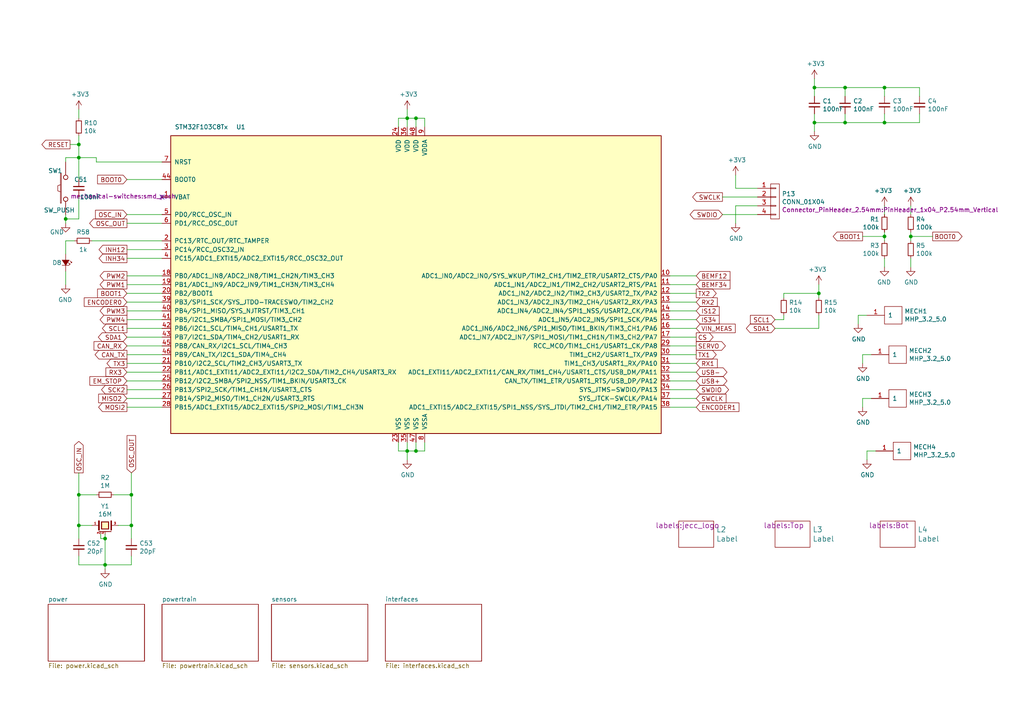
<source format=kicad_sch>
(kicad_sch (version 20211123) (generator eeschema)
  (paper "A4")
  (title_block (title "ECU") (rev "0.0.1") (company "wuehr1999"))
  (lib_symbols
    (symbol "IC_microcontroller_ST:STM32F103C8Tx" (pin_names (offset 1.016))
      (property "Reference" "U" (at -71.12 43.815 0))
      (property "Value" "STM32F103C8Tx" (at 71.12 43.815 0))
      (property "Footprint" "LQFP48" (at 71.12 42.545 0))
      (property "Datasheet" "http://www.st.com/st-web-ui/static/active/en/resource/technical/document/datasheet/CD00161566.pdf" (at 0 0 0))
      (symbol "STM32F103C8Tx_0_1"
        (rectangle (start -71.12 -43.18) (end 71.12 43.18) (stroke (width 0.254)) (fill (type background)))
      )
      (symbol "STM32F103C8Tx_1_1"
        (pin power_in line (at -73.66 25.4 0) (length 2.54) (name "VBAT") (number "1"))
        (pin bidirectional line (at 73.66 2.54 180) (length 2.54) (name "ADC1_IN0/ADC2_IN0/SYS_WKUP/TIM2_CH1/TIM2_ETR/USART2_CTS/PA0") (number "10"))
        (pin bidirectional line (at 73.66 0 180) (length 2.54) (name "ADC1_IN1/ADC2_IN1/TIM2_CH2/USART2_RTS/PA1") (number "11"))
        (pin bidirectional line (at 73.66 -2.54 180) (length 2.54) (name "ADC1_IN2/ADC2_IN2/TIM2_CH3/USART2_TX/PA2") (number "12"))
        (pin bidirectional line (at 73.66 -5.08 180) (length 2.54) (name "ADC1_IN3/ADC2_IN3/TIM2_CH4/USART2_RX/PA3") (number "13"))
        (pin bidirectional line (at 73.66 -7.62 180) (length 2.54) (name "ADC1_IN4/ADC2_IN4/SPI1_NSS/USART2_CK/PA4") (number "14"))
        (pin bidirectional line (at 73.66 -10.16 180) (length 2.54) (name "ADC1_IN5/ADC2_IN5/SPI1_SCK/PA5") (number "15"))
        (pin bidirectional line (at 73.66 -12.7 180) (length 2.54) (name "ADC1_IN6/ADC2_IN6/SPI1_MISO/TIM1_BKIN/TIM3_CH1/PA6") (number "16"))
        (pin bidirectional line (at 73.66 -15.24 180) (length 2.54) (name "ADC1_IN7/ADC2_IN7/SPI1_MOSI/TIM1_CH1N/TIM3_CH2/PA7") (number "17"))
        (pin bidirectional line (at -73.66 2.54 0) (length 2.54) (name "PB0/ADC1_IN8/ADC2_IN8/TIM1_CH2N/TIM3_CH3") (number "18"))
        (pin bidirectional line (at -73.66 0 0) (length 2.54) (name "PB1/ADC1_IN9/ADC2_IN9/TIM1_CH3N/TIM3_CH4") (number "19"))
        (pin bidirectional line (at -73.66 12.7 0) (length 2.54) (name "PC13/RTC_OUT/RTC_TAMPER") (number "2"))
        (pin bidirectional line (at -73.66 -2.54 0) (length 2.54) (name "PB2/BOOT1") (number "20"))
        (pin bidirectional line (at -73.66 -22.86 0) (length 2.54) (name "PB10/I2C2_SCL/TIM2_CH3/USART3_TX") (number "21"))
        (pin bidirectional line (at -73.66 -25.4 0) (length 2.54) (name "PB11/ADC1_EXTI11/ADC2_EXTI11/I2C2_SDA/TIM2_CH4/USART3_RX") (number "22"))
        (pin power_in line (at -5.08 -45.72 90) (length 2.54) (name "VSS") (number "23"))
        (pin power_in line (at -5.08 45.72 270) (length 2.54) (name "VDD") (number "24"))
        (pin bidirectional line (at -73.66 -27.94 0) (length 2.54) (name "PB12/I2C2_SMBA/SPI2_NSS/TIM1_BKIN/USART3_CK") (number "25"))
        (pin bidirectional line (at -73.66 -30.48 0) (length 2.54) (name "PB13/SPI2_SCK/TIM1_CH1N/USART3_CTS") (number "26"))
        (pin bidirectional line (at -73.66 -33.02 0) (length 2.54) (name "PB14/SPI2_MISO/TIM1_CH2N/USART3_RTS") (number "27"))
        (pin bidirectional line (at -73.66 -35.56 0) (length 2.54) (name "PB15/ADC1_EXTI15/ADC2_EXTI15/SPI2_MOSI/TIM1_CH3N") (number "28"))
        (pin bidirectional line (at 73.66 -17.78 180) (length 2.54) (name "RCC_MCO/TIM1_CH1/USART1_CK/PA8") (number "29"))
        (pin bidirectional line (at -73.66 10.16 0) (length 2.54) (name "PC14/RCC_OSC32_IN") (number "3"))
        (pin bidirectional line (at 73.66 -20.32 180) (length 2.54) (name "TIM1_CH2/USART1_TX/PA9") (number "30"))
        (pin bidirectional line (at 73.66 -22.86 180) (length 2.54) (name "TIM1_CH3/USART1_RX/PA10") (number "31"))
        (pin bidirectional line (at 73.66 -25.4 180) (length 2.54) (name "ADC1_EXTI11/ADC2_EXTI11/CAN_RX/TIM1_CH4/USART1_CTS/USB_DM/PA11") (number "32"))
        (pin bidirectional line (at 73.66 -27.94 180) (length 2.54) (name "CAN_TX/TIM1_ETR/USART1_RTS/USB_DP/PA12") (number "33"))
        (pin bidirectional line (at 73.66 -30.48 180) (length 2.54) (name "SYS_JTMS-SWDIO/PA13") (number "34"))
        (pin power_in line (at -2.54 -45.72 90) (length 2.54) (name "VSS") (number "35"))
        (pin power_in line (at -2.54 45.72 270) (length 2.54) (name "VDD") (number "36"))
        (pin bidirectional line (at 73.66 -33.02 180) (length 2.54) (name "SYS_JTCK-SWCLK/PA14") (number "37"))
        (pin bidirectional line (at 73.66 -35.56 180) (length 2.54) (name "ADC1_EXTI15/ADC2_EXTI15/SPI1_NSS/SYS_JTDI/TIM2_CH1/TIM2_ETR/PA15") (number "38"))
        (pin bidirectional line (at -73.66 -5.08 0) (length 2.54) (name "PB3/SPI1_SCK/SYS_JTDO-TRACESWO/TIM2_CH2") (number "39"))
        (pin bidirectional line (at -73.66 7.62 0) (length 2.54) (name "PC15/ADC1_EXTI15/ADC2_EXTI15/RCC_OSC32_OUT") (number "4"))
        (pin bidirectional line (at -73.66 -7.62 0) (length 2.54) (name "PB4/SPI1_MISO/SYS_NJTRST/TIM3_CH1") (number "40"))
        (pin bidirectional line (at -73.66 -10.16 0) (length 2.54) (name "PB5/I2C1_SMBA/SPI1_MOSI/TIM3_CH2") (number "41"))
        (pin bidirectional line (at -73.66 -12.7 0) (length 2.54) (name "PB6/I2C1_SCL/TIM4_CH1/USART1_TX") (number "42"))
        (pin bidirectional line (at -73.66 -15.24 0) (length 2.54) (name "PB7/I2C1_SDA/TIM4_CH2/USART1_RX") (number "43"))
        (pin input line (at -73.66 30.48 0) (length 2.54) (name "BOOT0") (number "44"))
        (pin bidirectional line (at -73.66 -17.78 0) (length 2.54) (name "PB8/CAN_RX/I2C1_SCL/TIM4_CH3") (number "45"))
        (pin bidirectional line (at -73.66 -20.32 0) (length 2.54) (name "PB9/CAN_TX/I2C1_SDA/TIM4_CH4") (number "46"))
        (pin power_in line (at 0 -45.72 90) (length 2.54) (name "VSS") (number "47"))
        (pin power_in line (at 0 45.72 270) (length 2.54) (name "VDD") (number "48"))
        (pin input line (at -73.66 20.32 0) (length 2.54) (name "PD0/RCC_OSC_IN") (number "5"))
        (pin input line (at -73.66 17.78 0) (length 2.54) (name "PD1/RCC_OSC_OUT") (number "6"))
        (pin input line (at -73.66 35.56 0) (length 2.54) (name "NRST") (number "7"))
        (pin power_in line (at 2.54 -45.72 90) (length 2.54) (name "VSSA") (number "8"))
        (pin power_in line (at 2.54 45.72 270) (length 2.54) (name "VDDA") (number "9"))
      )
    )
    (symbol "MECH_mounting-holes:MHP_3.2_5.0" (pin_names (offset 1.016))
      (property "Reference" "MECH" (at 0 3.81 0))
      (property "Value" "MHP_3.2_5.0" (at 1.27 -3.81 0))
      (symbol "MHP_3.2_5.0_1_1"
        (rectangle (start -2.54 2.54) (end 2.54 -2.54))
        (pin bidirectional line (at -7.62 0 0) (length 5.08) (name "1") (number "1"))
      )
    )
    (symbol "devices:C_0603" (pin_numbers hide) (pin_names (offset 0.254) hide)
      (property "Reference" "C" (at 0.254 1.778 0))
      (property "Value" "C_0603" (at 0.254 -2.032 0))
      (symbol "C_0603_0_1"
        (polyline (pts (xy -1.524 -0.508) (xy 1.524 -0.508)) (stroke (width 0.3302)))
        (polyline (pts (xy -1.524 0.508) (xy 1.524 0.508)) (stroke (width 0.3048)))
      )
      (symbol "C_0603_1_1"
        (pin passive line (at 0 2.54 270) (length 1.905) (name "~") (number "1"))
        (pin passive line (at 0 -2.54 90) (length 2.032) (name "~") (number "2"))
      )
    )
    (symbol "devices:Crystal_SMD_4Pad" (pin_names (offset 1.016) hide)
      (property "Reference" "Y" (at 0 2.286 0))
      (property "Value" "Crystal_SMD_4Pad" (at 2.54 -2.54 0))
      (symbol "Crystal_SMD_4Pad_0_1"
        (polyline (pts (xy -1.778 -1.778) (xy 1.778 -1.778)))
        (polyline (pts (xy -1.778 -1.778) (xy 1.778 -1.778)))
        (polyline (pts (xy -1.778 1.27) (xy -1.778 -1.27)) (stroke (width 0.4064)))
        (polyline (pts (xy -1.778 1.27) (xy -1.778 -1.27)) (stroke (width 0.4064)))
        (polyline (pts (xy 1.778 1.27) (xy 1.778 -1.27)) (stroke (width 0.4064)))
        (polyline (pts (xy -1.016 1.016) (xy 1.016 1.016) (xy 1.016 -1.016) (xy -1.016 -1.016) (xy -1.016 1.016)) (stroke (width 0.3048)) (fill (type background)))
      )
      (symbol "Crystal_SMD_4Pad_1_1"
        (pin passive line (at -3.81 0 0) (length 1.905) (name "1") (number "1"))
        (pin passive line (at -1.27 -2.54 90) (length 0.7112) (name "case") (number "2"))
        (pin passive line (at 3.81 0 180) (length 1.905) (name "3") (number "3"))
        (pin passive line (at 0 -2.54 90) (length 0.7112) (name "case") (number "4"))
      )
    )
    (symbol "devices:Label" (pin_names (offset 1.016))
      (property "Reference" "L" (at 0 5.08 0))
      (property "Value" "Label" (at 0 0 0))
      (symbol "Label_0_1"
        (rectangle (start -5.08 3.81) (end 5.08 -3.81))
      )
    )
    (symbol "devices:Led_Small" (pin_numbers hide) (pin_names (offset 0.254) hide)
      (property "Reference" "D" (at -1.27 3.175 0))
      (property "Value" "Led_Small" (at -4.445 -2.54 0))
      (symbol "Led_Small_0_1"
        (polyline (pts (xy -0.762 -1.016) (xy -0.762 1.016)))
        (polyline (pts (xy 0.762 -1.016) (xy -0.762 0) (xy 0.762 1.016) (xy 0.762 -1.016)) (fill (type outline)))
        (polyline (pts (xy 0 0.762) (xy -0.508 1.27) (xy -0.254 1.27) (xy -0.508 1.27) (xy -0.508 1.016)))
        (polyline (pts (xy 0.508 1.27) (xy 0 1.778) (xy 0.254 1.778) (xy 0 1.778) (xy 0 1.524)))
      )
      (symbol "Led_Small_1_1"
        (pin passive line (at -2.54 0 0) (length 1.778) (name "K") (number "1"))
        (pin passive line (at 2.54 0 180) (length 1.778) (name "A") (number "2"))
      )
    )
    (symbol "devices:R_0603" (pin_numbers hide) (pin_names (offset 0.254) hide)
      (property "Reference" "R" (at 0.762 0.508 0))
      (property "Value" "R_0603" (at 0.762 -1.016 0))
      (symbol "R_0603_0_1"
        (rectangle (start -0.762 1.778) (end 0.762 -1.778) (stroke (width 0.2032)))
      )
      (symbol "R_0603_1_1"
        (pin passive line (at 0 2.54 270) (length 0.762) (name "~") (number "1"))
        (pin passive line (at 0 -2.54 90) (length 0.762) (name "~") (number "2"))
      )
    )
    (symbol "devices:SW_PUSH" (pin_numbers hide) (pin_names (offset 1.016) hide)
      (property "Reference" "SW" (at 3.81 2.794 0))
      (property "Value" "SW_PUSH" (at 0 -2.032 0))
      (symbol "SW_PUSH_0_1"
        (rectangle (start -4.318 1.27) (end 4.318 1.524))
        (polyline (pts (xy -1.016 1.524) (xy -0.762 2.286) (xy 0.762 2.286) (xy 1.016 1.524)))
        (pin passive inverted (at -7.62 0 0) (length 5.08) (name "1") (number "1"))
        (pin passive inverted (at 7.62 0 180) (length 5.08) (name "2") (number "2"))
      )
    )
    (symbol "mechanical-connectors:CONN_01X04" (pin_names (offset 1.016) hide)
      (property "Reference" "P" (at 0 6.35 0))
      (property "Value" "CONN_01X04" (at 2.54 0 90))
      (symbol "CONN_01X04_0_1"
        (rectangle (start -1.27 -3.683) (end 0.254 -3.937))
        (rectangle (start -1.27 -1.143) (end 0.254 -1.397))
        (rectangle (start -1.27 1.397) (end 0.254 1.143))
        (rectangle (start -1.27 3.937) (end 0.254 3.683))
        (rectangle (start -1.27 5.08) (end 1.27 -5.08))
      )
      (symbol "CONN_01X04_1_1"
        (pin passive line (at -5.08 3.81 0) (length 3.81) (name "P1") (number "1"))
        (pin passive line (at -5.08 1.27 0) (length 3.81) (name "P2") (number "2"))
        (pin passive line (at -5.08 -1.27 0) (length 3.81) (name "P3") (number "3"))
        (pin passive line (at -5.08 -3.81 0) (length 3.81) (name "P4") (number "4"))
      )
    )
    (symbol "power-supply:+3V3" (power) (pin_names (offset 0))
      (property "Value" "+3V3" (at 0 3.556 0))
      (symbol "+3V3_0_1"
        (polyline (pts (xy -0.762 1.27) (xy 0 2.54)))
        (polyline (pts (xy 0 0) (xy 0 2.54)))
        (polyline (pts (xy 0 2.54) (xy 0.762 1.27)))
      )
      (symbol "+3V3_1_1"
        (pin power_in line (at 0 0 90) (length 0) hide (name "+3V3") (number "1"))
      )
    )
    (symbol "power-supply:GND" (power) (pin_names (offset 0))
      (property "Value" "GND" (at 0 -3.81 0))
      (symbol "GND_0_1"
        (polyline (pts (xy 0 0) (xy 0 -1.27) (xy 1.27 -1.27) (xy 0 -2.54) (xy -1.27 -1.27) (xy 0 -1.27)))
      )
      (symbol "GND_1_1"
        (pin power_in line (at 0 0 270) (length 0) hide (name "GND") (number "1"))
      )
    )
  )
  (junction (at 22.86 45.72))
  (junction (at 30.48 163.83))
  (junction (at 38.1 152.4))
  (junction (at 118.11 130.81))
  (junction (at 245.11 35.56))
  (junction (at 22.86 41.91))
  (junction (at 264.16 68.58))
  (junction (at 38.1 143.51))
  (junction (at 237.49 85.09))
  (junction (at 120.65 34.29))
  (junction (at 256.54 35.56))
  (junction (at 30.48 156.21))
  (junction (at 19.05 63.5))
  (junction (at 256.54 25.4))
  (junction (at 22.86 143.51))
  (junction (at 22.86 152.4))
  (junction (at 245.11 25.4))
  (junction (at 120.65 130.81))
  (junction (at 236.22 25.4))
  (junction (at 236.22 35.56))
  (junction (at 256.54 68.58))
  (junction (at 118.11 34.29))
  (no_connect (at 46.99 57.15))
  (wire (pts (xy 22.86 156.21) (xy 22.86 152.4)))
  (wire (pts (xy 30.48 156.21) (xy 30.48 154.94)))
  (wire (pts (xy 36.83 100.33) (xy 46.99 100.33)))
  (wire (pts (xy 270.51 68.58) (xy 264.16 68.58)))
  (wire (pts (xy 36.83 90.17) (xy 46.99 90.17)))
  (wire (pts (xy 22.86 161.29) (xy 22.86 163.83)))
  (wire (pts (xy 266.7 35.56) (xy 256.54 35.56)))
  (wire (pts (xy 36.83 107.95) (xy 46.99 107.95)))
  (wire (pts (xy 256.54 25.4) (xy 245.11 25.4)))
  (wire (pts (xy 29.21 156.21) (xy 30.48 156.21)))
  (wire (pts (xy 36.83 82.55) (xy 46.99 82.55)))
  (wire (pts (xy 256.54 68.58) (xy 256.54 67.31)))
  (wire (pts (xy 209.55 62.23) (xy 219.71 62.23)))
  (wire (pts (xy 194.31 97.79) (xy 201.93 97.79)))
  (wire (pts (xy 36.83 64.77) (xy 46.99 64.77)))
  (wire (pts (xy 38.1 156.21) (xy 38.1 152.4)))
  (wire (pts (xy 227.33 86.36) (xy 227.33 85.09)))
  (wire (pts (xy 194.31 95.25) (xy 201.93 95.25)))
  (wire (pts (xy 236.22 33.02) (xy 236.22 35.56)))
  (wire (pts (xy 264.16 69.85) (xy 264.16 68.58)))
  (wire (pts (xy 194.31 90.17) (xy 201.93 90.17)))
  (wire (pts (xy 19.05 64.77) (xy 19.05 63.5)))
  (wire (pts (xy 194.31 113.03) (xy 201.93 113.03)))
  (wire (pts (xy 118.11 130.81) (xy 118.11 133.35)))
  (wire (pts (xy 19.05 69.85) (xy 19.05 73.66)))
  (wire (pts (xy 236.22 35.56) (xy 236.22 38.1)))
  (wire (pts (xy 209.55 57.15) (xy 219.71 57.15)))
  (wire (pts (xy 36.83 118.11) (xy 46.99 118.11)))
  (wire (pts (xy 36.83 80.01) (xy 46.99 80.01)))
  (wire (pts (xy 22.86 163.83) (xy 30.48 163.83)))
  (wire (pts (xy 19.05 82.55) (xy 19.05 78.74)))
  (wire (pts (xy 36.83 97.79) (xy 46.99 97.79)))
  (wire (pts (xy 22.86 143.51) (xy 22.86 152.4)))
  (wire (pts (xy 36.83 102.87) (xy 46.99 102.87)))
  (wire (pts (xy 115.57 36.83) (xy 115.57 34.29)))
  (wire (pts (xy 38.1 163.83) (xy 38.1 161.29)))
  (wire (pts (xy 46.99 74.93) (xy 36.83 74.93)))
  (wire (pts (xy 250.19 68.58) (xy 256.54 68.58)))
  (wire (pts (xy 256.54 62.23) (xy 256.54 59.69)))
  (wire (pts (xy 30.48 163.83) (xy 38.1 163.83)))
  (wire (pts (xy 36.83 92.71) (xy 46.99 92.71)))
  (wire (pts (xy 118.11 130.81) (xy 120.65 130.81)))
  (wire (pts (xy 22.86 45.72) (xy 22.86 52.07)))
  (wire (pts (xy 30.48 156.21) (xy 30.48 163.83)))
  (wire (pts (xy 245.11 25.4) (xy 236.22 25.4)))
  (wire (pts (xy 46.99 72.39) (xy 36.83 72.39)))
  (wire (pts (xy 219.71 59.69) (xy 213.36 59.69)))
  (wire (pts (xy 36.83 115.57) (xy 46.99 115.57)))
  (wire (pts (xy 264.16 62.23) (xy 264.16 59.69)))
  (wire (pts (xy 251.46 91.44) (xy 248.92 91.44)))
  (wire (pts (xy 19.05 63.5) (xy 19.05 62.23)))
  (wire (pts (xy 115.57 34.29) (xy 118.11 34.29)))
  (wire (pts (xy 38.1 143.51) (xy 38.1 137.16)))
  (wire (pts (xy 20.32 41.91) (xy 22.86 41.91)))
  (wire (pts (xy 194.31 115.57) (xy 201.93 115.57)))
  (wire (pts (xy 120.65 128.27) (xy 120.65 130.81)))
  (wire (pts (xy 22.86 57.15) (xy 22.86 63.5)))
  (wire (pts (xy 194.31 87.63) (xy 201.93 87.63)))
  (wire (pts (xy 22.86 39.37) (xy 22.86 41.91)))
  (wire (pts (xy 194.31 85.09) (xy 201.93 85.09)))
  (wire (pts (xy 254 130.81) (xy 251.46 130.81)))
  (wire (pts (xy 46.99 69.85) (xy 26.67 69.85)))
  (wire (pts (xy 120.65 130.81) (xy 123.19 130.81)))
  (wire (pts (xy 38.1 152.4) (xy 38.1 143.51)))
  (wire (pts (xy 250.19 115.57) (xy 250.19 118.11)))
  (wire (pts (xy 22.86 41.91) (xy 22.86 45.72)))
  (wire (pts (xy 22.86 63.5) (xy 19.05 63.5)))
  (wire (pts (xy 194.31 82.55) (xy 201.93 82.55)))
  (wire (pts (xy 36.83 95.25) (xy 46.99 95.25)))
  (wire (pts (xy 19.05 46.99) (xy 19.05 45.72)))
  (wire (pts (xy 118.11 34.29) (xy 120.65 34.29)))
  (wire (pts (xy 194.31 92.71) (xy 201.93 92.71)))
  (wire (pts (xy 22.86 34.29) (xy 22.86 31.75)))
  (wire (pts (xy 30.48 165.1) (xy 30.48 163.83)))
  (wire (pts (xy 266.7 33.02) (xy 266.7 35.56)))
  (wire (pts (xy 236.22 25.4) (xy 236.22 22.86)))
  (wire (pts (xy 256.54 27.94) (xy 256.54 25.4)))
  (wire (pts (xy 224.79 92.71) (xy 227.33 92.71)))
  (wire (pts (xy 250.19 102.87) (xy 250.19 105.41)))
  (wire (pts (xy 256.54 35.56) (xy 245.11 35.56)))
  (wire (pts (xy 245.11 27.94) (xy 245.11 25.4)))
  (wire (pts (xy 219.71 54.61) (xy 213.36 54.61)))
  (wire (pts (xy 36.83 62.23) (xy 46.99 62.23)))
  (wire (pts (xy 22.86 143.51) (xy 22.86 137.16)))
  (wire (pts (xy 264.16 68.58) (xy 264.16 67.31)))
  (wire (pts (xy 194.31 107.95) (xy 201.93 107.95)))
  (wire (pts (xy 115.57 130.81) (xy 118.11 130.81)))
  (wire (pts (xy 36.83 85.09) (xy 46.99 85.09)))
  (wire (pts (xy 118.11 31.75) (xy 118.11 34.29)))
  (wire (pts (xy 194.31 80.01) (xy 201.93 80.01)))
  (wire (pts (xy 22.86 152.4) (xy 26.67 152.4)))
  (wire (pts (xy 118.11 128.27) (xy 118.11 130.81)))
  (wire (pts (xy 29.21 154.94) (xy 29.21 156.21)))
  (wire (pts (xy 36.83 105.41) (xy 46.99 105.41)))
  (wire (pts (xy 36.83 110.49) (xy 46.99 110.49)))
  (wire (pts (xy 237.49 95.25) (xy 237.49 91.44)))
  (wire (pts (xy 213.36 59.69) (xy 213.36 64.77)))
  (wire (pts (xy 27.94 45.72) (xy 22.86 45.72)))
  (wire (pts (xy 236.22 27.94) (xy 236.22 25.4)))
  (wire (pts (xy 252.73 115.57) (xy 250.19 115.57)))
  (wire (pts (xy 120.65 34.29) (xy 123.19 34.29)))
  (wire (pts (xy 266.7 25.4) (xy 256.54 25.4)))
  (wire (pts (xy 123.19 34.29) (xy 123.19 36.83)))
  (wire (pts (xy 213.36 54.61) (xy 213.36 50.8)))
  (wire (pts (xy 251.46 130.81) (xy 251.46 133.35)))
  (wire (pts (xy 120.65 36.83) (xy 120.65 34.29)))
  (wire (pts (xy 194.31 102.87) (xy 201.93 102.87)))
  (wire (pts (xy 36.83 87.63) (xy 46.99 87.63)))
  (wire (pts (xy 194.31 105.41) (xy 201.93 105.41)))
  (wire (pts (xy 264.16 74.93) (xy 264.16 77.47)))
  (wire (pts (xy 36.83 113.03) (xy 46.99 113.03)))
  (wire (pts (xy 27.94 46.99) (xy 27.94 45.72)))
  (wire (pts (xy 27.94 46.99) (xy 46.99 46.99)))
  (wire (pts (xy 22.86 143.51) (xy 27.94 143.51)))
  (wire (pts (xy 256.54 69.85) (xy 256.54 68.58)))
  (wire (pts (xy 38.1 152.4) (xy 34.29 152.4)))
  (wire (pts (xy 248.92 91.44) (xy 248.92 93.98)))
  (wire (pts (xy 194.31 118.11) (xy 201.93 118.11)))
  (wire (pts (xy 227.33 85.09) (xy 237.49 85.09)))
  (wire (pts (xy 256.54 33.02) (xy 256.54 35.56)))
  (wire (pts (xy 115.57 128.27) (xy 115.57 130.81)))
  (wire (pts (xy 266.7 27.94) (xy 266.7 25.4)))
  (wire (pts (xy 21.59 69.85) (xy 19.05 69.85)))
  (wire (pts (xy 245.11 33.02) (xy 245.11 35.56)))
  (wire (pts (xy 194.31 100.33) (xy 201.93 100.33)))
  (wire (pts (xy 256.54 74.93) (xy 256.54 77.47)))
  (wire (pts (xy 227.33 92.71) (xy 227.33 91.44)))
  (wire (pts (xy 245.11 35.56) (xy 236.22 35.56)))
  (wire (pts (xy 224.79 95.25) (xy 237.49 95.25)))
  (wire (pts (xy 19.05 45.72) (xy 22.86 45.72)))
  (wire (pts (xy 237.49 85.09) (xy 237.49 82.55)))
  (wire (pts (xy 36.83 52.07) (xy 46.99 52.07)))
  (wire (pts (xy 118.11 36.83) (xy 118.11 34.29)))
  (wire (pts (xy 123.19 130.81) (xy 123.19 128.27)))
  (wire (pts (xy 38.1 143.51) (xy 33.02 143.51)))
  (wire (pts (xy 237.49 86.36) (xy 237.49 85.09)))
  (wire (pts (xy 252.73 102.87) (xy 250.19 102.87)))
  (wire (pts (xy 194.31 110.49) (xy 201.93 110.49)))
  (global_label "SWDIO" (shape bidirectional) (at 209.55 62.23 180) (property "Intersheet References" "${INTERSHEET_REFS}" (effects hide)))
  (global_label "CS" (shape output) (at 201.93 97.79 0) (property "Intersheet References" "${INTERSHEET_REFS}" (effects hide)))
  (global_label "MOSI2" (shape output) (at 36.83 118.11 180) (property "Intersheet References" "${INTERSHEET_REFS}" (effects hide)))
  (global_label "TX1" (shape output) (at 201.93 102.87 0) (property "Intersheet References" "${INTERSHEET_REFS}" (effects hide)))
  (global_label "SERVO" (shape output) (at 201.93 100.33 0) (property "Intersheet References" "${INTERSHEET_REFS}" (effects hide)))
  (global_label "BOOT1" (shape output) (at 250.19 68.58 180) (property "Intersheet References" "${INTERSHEET_REFS}" (effects hide)))
  (global_label "RX1" (shape input) (at 201.93 105.41 0) (property "Intersheet References" "${INTERSHEET_REFS}" (effects hide)))
  (global_label "VIN_MEAS" (shape input) (at 201.93 95.25 0) (property "Intersheet References" "${INTERSHEET_REFS}" (effects hide)))
  (global_label "MISO2" (shape input) (at 36.83 115.57 180) (property "Intersheet References" "${INTERSHEET_REFS}" (effects hide)))
  (global_label "OSC_IN" (shape output) (at 22.86 137.16 90) (property "Intersheet References" "${INTERSHEET_REFS}" (effects hide)))
  (global_label "SCL1" (shape input) (at 224.79 92.71 180) (property "Intersheet References" "${INTERSHEET_REFS}" (effects hide)))
  (global_label "OSC_IN" (shape input) (at 36.83 62.23 180) (property "Intersheet References" "${INTERSHEET_REFS}" (effects hide)))
  (global_label "INH34" (shape output) (at 36.83 74.93 180) (property "Intersheet References" "${INTERSHEET_REFS}" (effects hide)))
  (global_label "USB-" (shape bidirectional) (at 201.93 107.95 0) (property "Intersheet References" "${INTERSHEET_REFS}" (effects hide)))
  (global_label "RX2" (shape input) (at 201.93 87.63 0) (property "Intersheet References" "${INTERSHEET_REFS}" (effects hide)))
  (global_label "OSC_OUT" (shape input) (at 38.1 137.16 90) (property "Intersheet References" "${INTERSHEET_REFS}" (effects hide)))
  (global_label "TX2" (shape output) (at 201.93 85.09 0) (property "Intersheet References" "${INTERSHEET_REFS}" (effects hide)))
  (global_label "OSC_OUT" (shape output) (at 36.83 64.77 180) (property "Intersheet References" "${INTERSHEET_REFS}" (effects hide)))
  (global_label "SWCLK" (shape output) (at 209.55 57.15 180) (property "Intersheet References" "${INTERSHEET_REFS}" (effects hide)))
  (global_label "USB+" (shape bidirectional) (at 201.93 110.49 0) (property "Intersheet References" "${INTERSHEET_REFS}" (effects hide)))
  (global_label "IS12" (shape input) (at 201.93 90.17 0) (property "Intersheet References" "${INTERSHEET_REFS}" (effects hide)))
  (global_label "PWM3" (shape output) (at 36.83 90.17 180) (property "Intersheet References" "${INTERSHEET_REFS}" (effects hide)))
  (global_label "PWM4" (shape output) (at 36.83 92.71 180) (property "Intersheet References" "${INTERSHEET_REFS}" (effects hide)))
  (global_label "SCK2" (shape output) (at 36.83 113.03 180) (property "Intersheet References" "${INTERSHEET_REFS}" (effects hide)))
  (global_label "BOOT0" (shape input) (at 36.83 52.07 180) (property "Intersheet References" "${INTERSHEET_REFS}" (effects hide)))
  (global_label "BEMF34" (shape input) (at 201.93 82.55 0) (property "Intersheet References" "${INTERSHEET_REFS}" (effects hide)))
  (global_label "SDA1" (shape bidirectional) (at 224.79 95.25 180) (property "Intersheet References" "${INTERSHEET_REFS}" (effects hide)))
  (global_label "ENCODER1" (shape input) (at 201.93 118.11 0) (property "Intersheet References" "${INTERSHEET_REFS}" (effects hide)))
  (global_label "SWDIO" (shape bidirectional) (at 201.93 113.03 0) (property "Intersheet References" "${INTERSHEET_REFS}" (effects hide)))
  (global_label "SCL1" (shape output) (at 36.83 95.25 180) (property "Intersheet References" "${INTERSHEET_REFS}" (effects hide)))
  (global_label "EM_STOP" (shape input) (at 36.83 110.49 180) (property "Intersheet References" "${INTERSHEET_REFS}" (effects hide)))
  (global_label "PWM1" (shape output) (at 36.83 82.55 180) (property "Intersheet References" "${INTERSHEET_REFS}" (effects hide)))
  (global_label "SDA1" (shape bidirectional) (at 36.83 97.79 180) (property "Intersheet References" "${INTERSHEET_REFS}" (effects hide)))
  (global_label "PWM2" (shape output) (at 36.83 80.01 180) (property "Intersheet References" "${INTERSHEET_REFS}" (effects hide)))
  (global_label "INH12" (shape output) (at 36.83 72.39 180) (property "Intersheet References" "${INTERSHEET_REFS}" (effects hide)))
  (global_label "CAN_TX" (shape output) (at 36.83 102.87 180) (property "Intersheet References" "${INTERSHEET_REFS}" (effects hide)))
  (global_label "BOOT0" (shape output) (at 270.51 68.58 0) (property "Intersheet References" "${INTERSHEET_REFS}" (effects hide)))
  (global_label "IS34" (shape input) (at 201.93 92.71 0) (property "Intersheet References" "${INTERSHEET_REFS}" (effects hide)))
  (global_label "TX3" (shape output) (at 36.83 105.41 180) (property "Intersheet References" "${INTERSHEET_REFS}" (effects hide)))
  (global_label "CAN_RX" (shape input) (at 36.83 100.33 180) (property "Intersheet References" "${INTERSHEET_REFS}" (effects hide)))
  (global_label "RESET" (shape output) (at 20.32 41.91 180) (property "Intersheet References" "${INTERSHEET_REFS}" (effects hide)))
  (global_label "RX3" (shape input) (at 36.83 107.95 180) (property "Intersheet References" "${INTERSHEET_REFS}" (effects hide)))
  (global_label "SWCLK" (shape input) (at 201.93 115.57 0) (property "Intersheet References" "${INTERSHEET_REFS}" (effects hide)))
  (global_label "ENCODER0" (shape input) (at 36.83 87.63 180) (property "Intersheet References" "${INTERSHEET_REFS}" (effects hide)))
  (global_label "BOOT1" (shape input) (at 36.83 85.09 180) (property "Intersheet References" "${INTERSHEET_REFS}" (effects hide)))
  (global_label "BEMF12" (shape input) (at 201.93 80.01 0) (property "Intersheet References" "${INTERSHEET_REFS}" (effects hide)))
  (symbol (lib_id "devices:Label") (at 201.93 154.94 0) (unit 1)
    (property "Reference" "L2" (at 207.7212 153.5938 0) (effects (font (size 1.524 1.524)) (justify left)))
    (property "Value" "Label" (at 207.7212 156.2862 0) (effects (font (size 1.524 1.524)) (justify left)))
    (property "Footprint" "labels:jecc_logo" (at 199.39 152.4 0) (effects (font (size 1.524 1.524))))
  )
  (symbol (lib_id "devices:Label") (at 229.87 154.94 0) (unit 1)
    (property "Reference" "L3" (at 235.6612 153.5938 0) (effects (font (size 1.524 1.524)) (justify left)))
    (property "Value" "Label" (at 235.6612 156.2862 0) (effects (font (size 1.524 1.524)) (justify left)))
    (property "Footprint" "labels:Top" (at 227.33 152.4 0) (effects (font (size 1.524 1.524))))
  )
  (symbol (lib_id "devices:Label") (at 260.35 154.94 0) (unit 1)
    (property "Reference" "L4" (at 266.1412 153.5938 0) (effects (font (size 1.524 1.524)) (justify left)))
    (property "Value" "Label" (at 266.1412 156.2862 0) (effects (font (size 1.524 1.524)) (justify left)))
    (property "Footprint" "labels:Bot" (at 257.81 152.4 0) (effects (font (size 1.524 1.524))))
  )
  (symbol (lib_id "devices:R_0603") (at 24.13 69.85 90) (mirror x) (unit 1)
    (property "Reference" "R58" (at 24.13 67.31 90))
    (property "Value" "1k" (at 24.13 72.39 90))
    (property "Footprint" "resistors:R_0603" (effects hide))
  )
  (symbol (lib_id "devices:Led_Small") (at 19.05 76.2 270) (mirror x) (unit 1)
    (property "Reference" "D8" (at 16.51 76.2 90))
    (property "Value" "Led_Small" (effects hide))
    (property "Footprint" "LEDs:LED_0603" (effects hide))
  )
  (symbol (lib_id "power-supply:GND") (at 19.05 82.55 0) (mirror y) (unit 1)
    (property "Reference" "#PWR0196" (effects hide))
    (property "Value" "GND" (at 18.923 86.9442 0))
  )
  (symbol (lib_id "MECH_mounting-holes:MHP_3.2_5.0") (at 261.62 130.81 0) (unit 1)
    (property "Reference" "MECH4" (at 264.8712 129.6416 0) (effects (justify left)))
    (property "Value" "MHP_3.2_5.0" (at 264.8712 131.953 0) (effects (justify left)))
    (property "Footprint" "MECH_mounting_holes:MHP_3.2_5.0" (effects hide))
  )
  (symbol (lib_id "power-supply:GND") (at 251.46 133.35 0) (unit 1)
    (property "Reference" "#PWR0192" (effects hide))
    (property "Value" "GND" (at 251.587 137.7442 0))
  )
  (symbol (lib_id "MECH_mounting-holes:MHP_3.2_5.0") (at 260.35 102.87 0) (unit 1)
    (property "Reference" "MECH2" (at 263.6012 101.7016 0) (effects (justify left)))
    (property "Value" "MHP_3.2_5.0" (at 263.6012 104.013 0) (effects (justify left)))
    (property "Footprint" "MECH_mounting_holes:MHP_3.2_5.0" (effects hide))
  )
  (symbol (lib_id "power-supply:GND") (at 250.19 105.41 0) (unit 1)
    (property "Reference" "#PWR0193" (effects hide))
    (property "Value" "GND" (at 250.317 109.8042 0))
  )
  (symbol (lib_id "MECH_mounting-holes:MHP_3.2_5.0") (at 260.35 115.57 0) (unit 1)
    (property "Reference" "MECH3" (at 263.6012 114.4016 0) (effects (justify left)))
    (property "Value" "MHP_3.2_5.0" (at 263.6012 116.713 0) (effects (justify left)))
    (property "Footprint" "MECH_mounting_holes:MHP_3.2_5.0" (effects hide))
  )
  (symbol (lib_id "power-supply:GND") (at 250.19 118.11 0) (unit 1)
    (property "Reference" "#PWR0194" (effects hide))
    (property "Value" "GND" (at 250.317 122.5042 0))
  )
  (symbol (lib_id "MECH_mounting-holes:MHP_3.2_5.0") (at 259.08 91.44 0) (unit 1)
    (property "Reference" "MECH1" (at 262.3312 90.2716 0) (effects (justify left)))
    (property "Value" "MHP_3.2_5.0" (at 262.3312 92.583 0) (effects (justify left)))
    (property "Footprint" "MECH_mounting_holes:MHP_3.2_5.0" (effects hide))
  )
  (symbol (lib_id "power-supply:GND") (at 248.92 93.98 0) (unit 1)
    (property "Reference" "#PWR0195" (effects hide))
    (property "Value" "GND" (at 249.047 98.3742 0))
  )
  (symbol (lib_id "devices:R_0603") (at 22.86 36.83 0) (unit 1)
    (property "Reference" "R10" (at 24.3586 35.6616 0) (effects (justify left)))
    (property "Value" "10k" (at 24.3586 37.973 0) (effects (justify left)))
    (property "Footprint" "resistors:R_0603" (effects hide))
  )
  (symbol (lib_id "power-supply:+3V3") (at 22.86 31.75 0) (unit 1)
    (property "Reference" "#PWR0202" (effects hide))
    (property "Value" "+3V3" (at 23.241 27.3558 0))
  )
  (symbol (lib_id "devices:R_0603") (at 227.33 88.9 0) (unit 1)
    (property "Reference" "R14" (at 228.8286 87.7316 0) (effects (justify left)))
    (property "Value" "10k" (at 228.8286 90.043 0) (effects (justify left)))
    (property "Footprint" "resistors:R_0603" (effects hide))
  )
  (symbol (lib_id "devices:R_0603") (at 237.49 88.9 0) (unit 1)
    (property "Reference" "R15" (at 238.9886 87.7316 0) (effects (justify left)))
    (property "Value" "10k" (at 238.9886 90.043 0) (effects (justify left)))
    (property "Footprint" "resistors:R_0603" (effects hide))
  )
  (symbol (lib_id "IC_microcontroller_ST:STM32F103C8Tx") (at 120.65 82.55 0) (unit 1)
    (property "Reference" "U1" (at 69.85 36.83 0))
    (property "Value" "STM32F103C8Tx" (at 58.42 36.83 0))
    (property "Footprint" "QFP:LQFP-48_7x7mm_Pitch0.5mm" (effects hide))
    (property "Datasheet" "http://www.st.com/st-web-ui/static/active/en/resource/technical/document/datasheet/CD00161566.pdf" (effects hide))
  )
  (symbol (lib_id "power-supply:+3V3") (at 237.49 82.55 0) (mirror y) (unit 1)
    (property "Reference" "#PWR0211" (effects hide))
    (property "Value" "+3V3" (at 237.109 78.1558 0))
  )
  (symbol (lib_id "devices:Crystal_SMD_4Pad") (at 30.48 152.4 0) (unit 1)
    (property "Reference" "Y1" (at 30.48 146.812 0))
    (property "Value" "16M" (at 30.48 149.1234 0))
    (property "Footprint" "crystals:Crystal_SMD_0603_4Pads" (effects hide))
  )
  (symbol (lib_id "devices:C_0603") (at 22.86 158.75 0) (unit 1)
    (property "Reference" "C52" (at 25.1968 157.5816 0) (effects (justify left)))
    (property "Value" "20pF" (at 25.1968 159.893 0) (effects (justify left)))
    (property "Footprint" "capacitors:C_0603" (effects hide))
  )
  (symbol (lib_id "devices:C_0603") (at 38.1 158.75 0) (unit 1)
    (property "Reference" "C53" (at 40.4368 157.5816 0) (effects (justify left)))
    (property "Value" "20pF" (at 40.4368 159.893 0) (effects (justify left)))
    (property "Footprint" "capacitors:C_0603" (effects hide))
  )
  (symbol (lib_id "devices:R_0603") (at 30.48 143.51 270) (unit 1)
    (property "Reference" "R2" (at 30.48 138.5316 90))
    (property "Value" "1M" (at 30.48 140.843 90))
    (property "Footprint" "resistors:R_0603" (effects hide))
  )
  (symbol (lib_id "power-supply:GND") (at 30.48 165.1 0) (unit 1)
    (property "Reference" "#PWR0107" (effects hide))
    (property "Value" "GND" (at 30.607 169.4942 0))
  )
  (symbol (lib_id "devices:R_0603") (at 264.16 64.77 0) (unit 1)
    (property "Reference" "R4" (at 265.6586 63.6016 0) (effects (justify left)))
    (property "Value" "100k" (at 265.6586 65.913 0) (effects (justify left)))
    (property "Footprint" "resistors:R_0603" (effects hide))
  )
  (symbol (lib_id "devices:R_0603") (at 264.16 72.39 0) (unit 1)
    (property "Reference" "R5" (at 265.6586 71.2216 0) (effects (justify left)))
    (property "Value" "100k" (at 265.6586 73.533 0) (effects (justify left)))
    (property "Footprint" "resistors:R_0603" (effects hide))
  )
  (symbol (lib_id "power-supply:+3V3") (at 264.16 59.69 0) (unit 1)
    (property "Reference" "#PWR0105" (effects hide))
    (property "Value" "+3V3" (at 264.541 55.2958 0))
  )
  (symbol (lib_id "power-supply:GND") (at 264.16 77.47 0) (unit 1)
    (property "Reference" "#PWR0106" (effects hide))
    (property "Value" "GND" (at 264.287 81.8642 0))
  )
  (symbol (lib_id "devices:R_0603") (at 256.54 64.77 0) (mirror y) (unit 1)
    (property "Reference" "R1" (at 255.0414 63.6016 0) (effects (justify left)))
    (property "Value" "100k" (at 255.0414 65.913 0) (effects (justify left)))
    (property "Footprint" "resistors:R_0603" (effects hide))
  )
  (symbol (lib_id "devices:R_0603") (at 256.54 72.39 0) (mirror y) (unit 1)
    (property "Reference" "R3" (at 255.0414 71.2216 0) (effects (justify left)))
    (property "Value" "100k" (at 255.0414 73.533 0) (effects (justify left)))
    (property "Footprint" "resistors:R_0603" (effects hide))
  )
  (symbol (lib_id "power-supply:+3V3") (at 256.54 59.69 0) (mirror y) (unit 1)
    (property "Reference" "#PWR0108" (effects hide))
    (property "Value" "+3V3" (at 256.159 55.2958 0))
  )
  (symbol (lib_id "power-supply:GND") (at 256.54 77.47 0) (mirror y) (unit 1)
    (property "Reference" "#PWR0109" (effects hide))
    (property "Value" "GND" (at 256.413 81.8642 0))
  )
  (symbol (lib_id "devices:SW_PUSH") (at 19.05 54.61 90) (mirror x) (unit 1)
    (property "Reference" "SW1" (at 13.97 49.53 90) (effects (justify right)))
    (property "Value" "SW_PUSH" (at 12.7 60.96 90) (effects (justify right)))
    (property "Footprint" "mechanical-switches:smd_push" (at 20.4216 56.9214 90) (effects (justify right)))
  )
  (symbol (lib_id "devices:C_0603") (at 22.86 54.61 0) (mirror y) (unit 1)
    (property "Reference" "C51" (at 25.4 52.07 0) (effects (justify left)))
    (property "Value" "100nF" (at 29.21 57.15 0) (effects (justify left)))
    (property "Footprint" "capacitors:C_0603" (effects hide))
  )
  (symbol (lib_id "power-supply:GND") (at 118.11 133.35 0) (unit 1)
    (property "Reference" "#PWR0101" (effects hide))
    (property "Value" "GND" (at 118.237 137.7442 0))
  )
  (symbol (lib_id "power-supply:+3V3") (at 118.11 31.75 0) (unit 1)
    (property "Reference" "#PWR0102" (effects hide))
    (property "Value" "+3V3" (at 118.491 27.3558 0))
  )
  (symbol (lib_id "devices:C_0603") (at 245.11 30.48 0) (unit 1)
    (property "Reference" "C2" (at 247.4468 29.3116 0) (effects (justify left)))
    (property "Value" "100nF" (at 247.4468 31.623 0) (effects (justify left)))
    (property "Footprint" "capacitors:C_0603" (effects hide))
  )
  (symbol (lib_id "devices:C_0603") (at 256.54 30.48 0) (unit 1)
    (property "Reference" "C3" (at 258.8768 29.3116 0) (effects (justify left)))
    (property "Value" "100nF" (at 258.8768 31.623 0) (effects (justify left)))
    (property "Footprint" "capacitors:C_0603" (effects hide))
  )
  (symbol (lib_id "devices:C_0603") (at 266.7 30.48 0) (unit 1)
    (property "Reference" "C4" (at 269.0368 29.3116 0) (effects (justify left)))
    (property "Value" "100nF" (at 269.0368 31.623 0) (effects (justify left)))
    (property "Footprint" "capacitors:C_0603" (effects hide))
  )
  (symbol (lib_id "power-supply:GND") (at 19.05 64.77 0) (unit 1)
    (property "Reference" "#PWR0110" (effects hide))
    (property "Value" "GND" (at 16.51 67.31 0))
  )
  (symbol (lib_id "devices:C_0603") (at 236.22 30.48 0) (unit 1)
    (property "Reference" "C1" (at 238.5568 29.3116 0) (effects (justify left)))
    (property "Value" "100nF" (at 238.5568 31.623 0) (effects (justify left)))
    (property "Footprint" "capacitors:C_0603" (effects hide))
  )
  (symbol (lib_id "power-supply:+3V3") (at 236.22 22.86 0) (unit 1)
    (property "Reference" "#PWR0103" (effects hide))
    (property "Value" "+3V3" (at 236.601 18.4658 0))
  )
  (symbol (lib_id "power-supply:GND") (at 236.22 38.1 0) (unit 1)
    (property "Reference" "#PWR0104" (effects hide))
    (property "Value" "GND" (at 236.347 42.4942 0))
  )
  (symbol (lib_id "mechanical-connectors:CONN_01X04") (at 224.79 58.42 0) (unit 1)
    (property "Reference" "P13" (at 226.7712 56.2356 0) (effects (justify left)))
    (property "Value" "CONN_01X04" (at 226.7712 58.547 0) (effects (justify left)))
    (property "Footprint" "Connector_PinHeader_2.54mm:PinHeader_1x04_P2.54mm_Vertical" (at 226.7712 60.8584 0) (effects (justify left)))
  )
  (symbol (lib_id "power-supply:+3V3") (at 213.36 50.8 0) (unit 1)
    (property "Reference" "#PWR0200" (effects hide))
    (property "Value" "+3V3" (at 213.741 46.4058 0))
  )
  (symbol (lib_id "power-supply:GND") (at 213.36 64.77 0) (unit 1)
    (property "Reference" "#PWR0201" (effects hide))
    (property "Value" "GND" (at 213.487 69.1642 0))
  )
  (sheet (at 13.97 175.26) (size 27.94 16.51)
    (property "Sheet name" "power" (at 13.97 174.5484 0) (effects (justify left bottom)))
    (property "Sheet file" "power.kicad_sch" (at 13.97 192.3546 0) (effects (justify left top)))
  )
  (sheet (at 46.99 175.26) (size 27.94 16.51)
    (property "Sheet name" "powertrain" (at 46.99 174.5484 0) (effects (justify left bottom)))
    (property "Sheet file" "powertrain.kicad_sch" (at 46.99 192.3546 0) (effects (justify left top)))
  )
  (sheet (at 78.74 175.26) (size 27.94 16.51)
    (property "Sheet name" "sensors" (at 78.74 174.5484 0) (effects (justify left bottom)))
    (property "Sheet file" "sensors.kicad_sch" (at 78.74 192.3546 0) (effects (justify left top)))
  )
  (sheet (at 111.76 175.26) (size 27.94 16.51)
    (property "Sheet name" "interfaces" (at 111.76 174.5484 0) (effects (justify left bottom)))
    (property "Sheet file" "interfaces.kicad_sch" (at 111.76 192.3546 0) (effects (justify left top)))
  )
)
</source>
